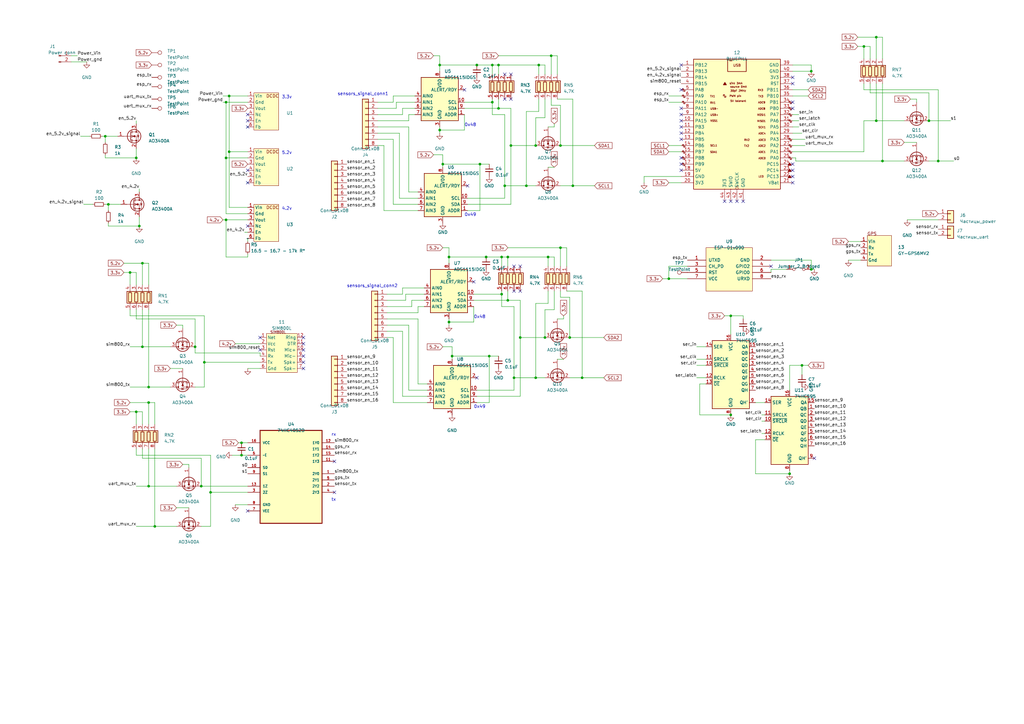
<source format=kicad_sch>
(kicad_sch (version 20221206) (generator eeschema)
  (paper "A3")
  (junction (at 205.74 105.41))
  (junction (at 60.96 199.39))
  (junction (at 328.93 149.86))
  (junction (at 361.95 66.04))
  (junction (at 99.06 186.69))
  (junction (at 82.55 199.39))
  (junction (at 201.93 26.67))
  (junction (at 53.34 111.76))
  (junction (at 213.36 138.43))
  (junction (at 384.81 66.04))
  (junction (at 204.47 44.45))
  (junction (at 220.98 26.67))
  (junction (at 55.88 168.91))
  (junction (at 195.58 26.67))
  (junction (at 299.72 170.18))
  (junction (at 58.42 142.24))
  (junction (at 226.06 22.86))
  (junction (at 60.96 165.1))
  (junction (at 92.71 64.77))
  (junction (at 180.34 53.34))
  (junction (at 44.45 83.82))
  (junction (at 181.61 67.31))
  (junction (at 208.28 123.19))
  (junction (at 229.87 101.6))
  (junction (at 80.01 142.24))
  (junction (at 58.42 107.95))
  (junction (at 354.33 19.05))
  (junction (at 63.5 215.9))
  (junction (at 215.9 76.2))
  (junction (at 223.52 138.43))
  (junction (at 55.88 64.77))
  (junction (at 60.96 158.75))
  (junction (at 204.47 26.67))
  (junction (at 199.39 105.41))
  (junction (at 200.66 146.05))
  (junction (at 180.34 26.67))
  (junction (at 323.85 194.31))
  (junction (at 184.15 132.08))
  (junction (at 83.82 148.59))
  (junction (at 86.36 201.93))
  (junction (at 381 49.53))
  (junction (at 332.74 110.49))
  (junction (at 93.98 62.23))
  (junction (at 219.71 59.69))
  (junction (at 99.06 181.61))
  (junction (at 229.87 59.69))
  (junction (at 238.76 154.94))
  (junction (at 185.42 146.05))
  (junction (at 184.15 105.41))
  (junction (at 92.71 90.17))
  (junction (at 210.82 154.94))
  (junction (at 234.95 76.2))
  (junction (at 219.71 154.94))
  (junction (at 93.98 39.37))
  (junction (at 233.68 138.43))
  (junction (at 207.01 76.2))
  (junction (at 57.15 92.71))
  (junction (at 43.18 55.88))
  (junction (at 332.74 29.21))
  (junction (at 299.72 129.54))
  (junction (at 274.32 114.3))
  (junction (at 92.71 41.91))
  (junction (at 201.93 41.91))
  (junction (at 196.85 67.31))
  (junction (at 205.74 120.65))
  (junction (at 359.41 49.53))
  (junction (at 208.28 105.41))
  (junction (at 209.55 59.69))
  (junction (at 224.79 105.41))
  (junction (at 359.41 15.24))
  (no_connect (at 334.01 187.96))
  (no_connect (at 101.6 209.55))
  (no_connect (at 124.46 146.05))
  (no_connect (at 207.01 30.48))
  (no_connect (at 279.4 52.07))
  (no_connect (at 279.4 26.67))
  (no_connect (at 194.31 115.57))
  (no_connect (at 279.4 67.31))
  (no_connect (at 124.46 138.43))
  (no_connect (at 124.46 143.51))
  (no_connect (at 101.6 69.85))
  (no_connect (at 304.8 82.55))
  (no_connect (at 191.77 76.2))
  (no_connect (at 325.12 41.91))
  (no_connect (at 297.18 82.55))
  (no_connect (at 279.4 57.15))
  (no_connect (at 124.46 151.13))
  (no_connect (at 101.6 49.53))
  (no_connect (at 279.4 44.45))
  (no_connect (at 190.5 36.83))
  (no_connect (at 279.4 49.53))
  (no_connect (at 124.46 148.59))
  (no_connect (at 316.23 109.22))
  (no_connect (at 101.6 52.07))
  (no_connect (at 209.55 30.48))
  (no_connect (at 106.68 138.43))
  (no_connect (at 101.6 46.99))
  (no_connect (at 325.12 44.45))
  (no_connect (at 210.82 109.22))
  (no_connect (at 325.12 31.75))
  (no_connect (at 137.16 189.23))
  (no_connect (at 325.12 74.93))
  (no_connect (at 137.16 201.93))
  (no_connect (at 325.12 69.85))
  (no_connect (at 279.4 36.83))
  (no_connect (at 325.12 67.31))
  (no_connect (at 279.4 64.77))
  (no_connect (at 101.6 92.71))
  (no_connect (at 210.82 119.38))
  (no_connect (at 325.12 72.39))
  (no_connect (at 325.12 34.29))
  (no_connect (at 101.6 74.93))
  (no_connect (at 124.46 140.97))
  (no_connect (at 195.58 154.94))
  (no_connect (at 279.4 69.85))
  (no_connect (at 302.26 82.55))
  (no_connect (at 279.4 46.99))
  (no_connect (at 209.55 40.64))
  (no_connect (at 213.36 119.38))
  (no_connect (at 213.36 109.22))
  (no_connect (at 299.72 82.55))
  (no_connect (at 279.4 54.61))
  (no_connect (at 207.01 40.64))
  (no_connect (at 106.68 143.51))
  (wire (pts (xy 180.34 26.67) (xy 180.34 29.21)))
  (wire (pts (xy 58.42 168.91) (xy 58.42 173.99)))
  (wire (pts (xy 106.68 144.78) (xy 80.01 144.78)))
  (wire (pts (xy 347.98 99.06) (xy 353.06 99.06)))
  (wire (pts (xy 180.34 26.67) (xy 195.58 26.67)))
  (wire (pts (xy 351.79 15.24) (xy 359.41 15.24)))
  (wire (pts (xy 158.75 123.19) (xy 166.37 123.19)))
  (wire (pts (xy 97.79 181.61) (xy 99.06 181.61)))
  (wire (pts (xy 171.45 125.73) (xy 171.45 128.27)))
  (wire (pts (xy 175.26 165.1) (xy 161.29 165.1)))
  (wire (pts (xy 208.28 123.19) (xy 213.36 123.19)))
  (wire (pts (xy 195.58 160.02) (xy 210.82 160.02)))
  (wire (pts (xy 204.47 26.67) (xy 220.98 26.67)))
  (wire (pts (xy 57.15 88.9) (xy 57.15 92.71)))
  (wire (pts (xy 180.34 52.07) (xy 180.34 53.34)))
  (wire (pts (xy 55.88 184.15) (xy 55.88 186.69)))
  (wire (pts (xy 229.87 59.69) (xy 243.84 59.69)))
  (wire (pts (xy 215.9 45.72) (xy 215.9 76.2)))
  (wire (pts (xy 325.12 59.69) (xy 330.2 59.69)))
  (wire (pts (xy 304.8 129.54) (xy 304.8 130.81)))
  (wire (pts (xy 44.45 83.82) (xy 49.53 83.82)))
  (wire (pts (xy 53.34 127) (xy 53.34 129.54)))
  (wire (pts (xy 332.74 110.49) (xy 334.01 110.49)))
  (wire (pts (xy 92.71 41.91) (xy 92.71 64.77)))
  (wire (pts (xy 227.33 50.8) (xy 227.33 52.07)))
  (wire (pts (xy 207.01 46.99) (xy 201.93 46.99)))
  (wire (pts (xy 325.12 26.67) (xy 332.74 26.67)))
  (wire (pts (xy 157.48 86.36) (xy 157.48 59.69)))
  (wire (pts (xy 325.12 49.53) (xy 327.66 49.53)))
  (wire (pts (xy 372.11 90.17) (xy 384.81 90.17)))
  (wire (pts (xy 356.87 38.1) (xy 381 38.1)))
  (wire (pts (xy 354.33 34.29) (xy 354.33 36.83)))
  (wire (pts (xy 175.26 160.02) (xy 167.64 160.02)))
  (wire (pts (xy 58.42 142.24) (xy 69.85 142.24)))
  (wire (pts (xy 55.88 49.53) (xy 55.88 50.8)))
  (wire (pts (xy 53.34 158.75) (xy 60.96 158.75)))
  (wire (pts (xy 271.78 114.3) (xy 274.32 114.3)))
  (wire (pts (xy 264.16 72.39) (xy 279.4 72.39)))
  (wire (pts (xy 316.23 106.68) (xy 332.74 106.68)))
  (wire (pts (xy 226.06 22.86) (xy 228.6 22.86)))
  (wire (pts (xy 166.37 123.19) (xy 166.37 120.65)))
  (wire (pts (xy 55.88 130.81) (xy 80.01 130.81)))
  (wire (pts (xy 229.87 59.69) (xy 229.87 43.18)))
  (wire (pts (xy 44.45 86.36) (xy 44.45 83.82)))
  (wire (pts (xy 213.36 162.56) (xy 195.58 162.56)))
  (wire (pts (xy 375.92 40.64) (xy 375.92 41.91)))
  (wire (pts (xy 173.99 125.73) (xy 171.45 125.73)))
  (wire (pts (xy 323.85 194.31) (xy 323.85 193.04)))
  (wire (pts (xy 325.12 54.61) (xy 328.93 54.61)))
  (wire (pts (xy 72.39 208.28) (xy 77.47 208.28)))
  (wire (pts (xy 208.28 123.19) (xy 208.28 119.38)))
  (wire (pts (xy 384.81 66.04) (xy 391.16 66.04)))
  (wire (pts (xy 224.79 119.38) (xy 224.79 124.46)))
  (wire (pts (xy 165.1 120.65) (xy 165.1 118.11)))
  (wire (pts (xy 200.66 146.05) (xy 200.66 165.1)))
  (wire (pts (xy 60.96 107.95) (xy 60.96 116.84)))
  (wire (pts (xy 92.71 105.41) (xy 92.71 90.17)))
  (wire (pts (xy 167.64 52.07) (xy 167.64 78.74)))
  (wire (pts (xy 50.8 111.76) (xy 53.34 111.76)))
  (wire (pts (xy 82.55 199.39) (xy 101.6 199.39)))
  (wire (pts (xy 92.71 41.91) (xy 101.6 41.91)))
  (wire (pts (xy 170.18 46.99) (xy 167.64 46.99)))
  (wire (pts (xy 74.93 190.5) (xy 77.47 190.5)))
  (wire (pts (xy 204.47 44.45) (xy 204.47 40.64)))
  (wire (pts (xy 195.58 165.1) (xy 200.66 165.1)))
  (wire (pts (xy 58.42 107.95) (xy 60.96 107.95)))
  (wire (pts (xy 299.72 129.54) (xy 304.8 129.54)))
  (wire (pts (xy 274.32 114.3) (xy 281.94 114.3)))
  (wire (pts (xy 154.94 52.07) (xy 167.64 52.07)))
  (wire (pts (xy 215.9 76.2) (xy 219.71 76.2)))
  (wire (pts (xy 33.02 55.88) (xy 36.83 55.88)))
  (wire (pts (xy 312.42 177.8) (xy 313.69 177.8)))
  (wire (pts (xy 194.31 125.73) (xy 194.31 132.08)))
  (wire (pts (xy 220.98 40.64) (xy 220.98 45.72)))
  (wire (pts (xy 309.88 180.34) (xy 309.88 194.31)))
  (wire (pts (xy 154.94 57.15) (xy 161.29 57.15)))
  (wire (pts (xy 55.88 168.91) (xy 55.88 173.99)))
  (wire (pts (xy 359.41 15.24) (xy 361.95 15.24)))
  (wire (pts (xy 228.6 22.86) (xy 228.6 30.48)))
  (wire (pts (xy 226.06 22.86) (xy 226.06 30.48)))
  (wire (pts (xy 229.87 43.18) (xy 226.06 43.18)))
  (wire (pts (xy 95.25 186.69) (xy 99.06 186.69)))
  (wire (pts (xy 194.31 120.65) (xy 205.74 120.65)))
  (wire (pts (xy 101.6 97.79) (xy 101.6 99.06)))
  (wire (pts (xy 43.18 83.82) (xy 44.45 83.82)))
  (wire (pts (xy 83.82 129.54) (xy 83.82 148.59)))
  (wire (pts (xy 93.98 85.09) (xy 101.6 85.09)))
  (wire (pts (xy 93.98 62.23) (xy 93.98 85.09)))
  (wire (pts (xy 168.91 125.73) (xy 168.91 123.19)))
  (wire (pts (xy 227.33 52.07) (xy 224.79 52.07)))
  (wire (pts (xy 223.52 40.64) (xy 223.52 48.26)))
  (wire (pts (xy 60.96 127) (xy 60.96 158.75)))
  (wire (pts (xy 274.32 59.69) (xy 279.4 59.69)))
  (wire (pts (xy 154.94 44.45) (xy 162.56 44.45)))
  (wire (pts (xy 181.61 101.6) (xy 184.15 101.6)))
  (wire (pts (xy 229.87 101.6) (xy 229.87 109.22)))
  (wire (pts (xy 219.71 124.46) (xy 219.71 154.94)))
  (wire (pts (xy 312.42 170.18) (xy 313.69 170.18)))
  (wire (pts (xy 58.42 127) (xy 58.42 142.24)))
  (wire (pts (xy 289.56 157.48) (xy 287.02 157.48)))
  (wire (pts (xy 229.87 101.6) (xy 232.41 101.6)))
  (wire (pts (xy 180.34 22.86) (xy 180.34 26.67)))
  (wire (pts (xy 326.39 66.04) (xy 326.39 64.77)))
  (wire (pts (xy 285.75 142.24) (xy 289.56 142.24)))
  (wire (pts (xy 77.47 190.5) (xy 77.47 191.77)))
  (wire (pts (xy 161.29 41.91) (xy 161.29 39.37)))
  (wire (pts (xy 228.6 40.64) (xy 234.95 40.64)))
  (wire (pts (xy 297.18 129.54) (xy 299.72 129.54)))
  (wire (pts (xy 93.98 39.37) (xy 101.6 39.37)))
  (wire (pts (xy 184.15 130.81) (xy 184.15 132.08)))
  (wire (pts (xy 205.74 120.65) (xy 205.74 119.38)))
  (wire (pts (xy 163.83 81.28) (xy 163.83 54.61)))
  (wire (pts (xy 359.41 49.53) (xy 370.84 49.53)))
  (wire (pts (xy 208.28 105.41) (xy 208.28 109.22)))
  (wire (pts (xy 285.75 154.94) (xy 289.56 154.94)))
  (wire (pts (xy 205.74 105.41) (xy 208.28 105.41)))
  (wire (pts (xy 220.98 45.72) (xy 215.9 45.72)))
  (wire (pts (xy 53.34 111.76) (xy 53.34 116.84)))
  (wire (pts (xy 43.18 63.5) (xy 43.18 64.77)))
  (wire (pts (xy 285.75 149.86) (xy 289.56 149.86)))
  (wire (pts (xy 205.74 125.73) (xy 205.74 120.65)))
  (wire (pts (xy 213.36 138.43) (xy 213.36 162.56)))
  (wire (pts (xy 60.96 165.1) (xy 63.5 165.1)))
  (wire (pts (xy 93.98 39.37) (xy 93.98 62.23)))
  (wire (pts (xy 332.74 26.67) (xy 332.74 29.21)))
  (wire (pts (xy 210.82 154.94) (xy 219.71 154.94)))
  (wire (pts (xy 191.77 86.36) (xy 196.85 86.36)))
  (wire (pts (xy 92.71 90.17) (xy 101.6 90.17)))
  (wire (pts (xy 69.85 151.13) (xy 74.93 151.13)))
  (wire (pts (xy 185.42 146.05) (xy 200.66 146.05)))
  (wire (pts (xy 227.33 105.41) (xy 227.33 109.22)))
  (wire (pts (xy 184.15 105.41) (xy 184.15 107.95)))
  (wire (pts (xy 354.33 36.83) (xy 384.81 36.83)))
  (wire (pts (xy 55.88 60.96) (xy 55.88 64.77)))
  (wire (pts (xy 208.28 105.41) (xy 224.79 105.41)))
  (wire (pts (xy 55.88 215.9) (xy 63.5 215.9)))
  (wire (pts (xy 190.5 44.45) (xy 204.47 44.45)))
  (wire (pts (xy 55.88 127) (xy 55.88 130.81)))
  (wire (pts (xy 223.52 48.26) (xy 219.71 48.26)))
  (wire (pts (xy 53.34 165.1) (xy 60.96 165.1)))
  (wire (pts (xy 158.75 135.89) (xy 165.1 135.89)))
  (wire (pts (xy 227.33 119.38) (xy 227.33 127)))
  (wire (pts (xy 325.12 46.99) (xy 327.66 46.99)))
  (wire (pts (xy 171.45 86.36) (xy 157.48 86.36)))
  (wire (pts (xy 161.29 138.43) (xy 158.75 138.43)))
  (wire (pts (xy 316.23 110.49) (xy 316.23 111.76)))
  (wire (pts (xy 227.33 127) (xy 223.52 127)))
  (wire (pts (xy 63.5 215.9) (xy 72.39 215.9)))
  (wire (pts (xy 58.42 184.15) (xy 58.42 187.96)))
  (wire (pts (xy 326.39 64.77) (xy 325.12 64.77)))
  (wire (pts (xy 92.71 64.77) (xy 101.6 64.77)))
  (wire (pts (xy 209.55 59.69) (xy 219.71 59.69)))
  (wire (pts (xy 285.75 147.32) (xy 289.56 147.32)))
  (wire (pts (xy 274.32 41.91) (xy 279.4 41.91)))
  (wire (pts (xy 63.5 165.1) (xy 63.5 173.99)))
  (wire (pts (xy 325.12 39.37) (xy 331.47 39.37)))
  (wire (pts (xy 312.42 172.72) (xy 313.69 172.72)))
  (wire (pts (xy 53.34 168.91) (xy 55.88 168.91)))
  (wire (pts (xy 158.75 125.73) (xy 168.91 125.73)))
  (wire (pts (xy 209.55 44.45) (xy 209.55 59.69)))
  (wire (pts (xy 91.44 90.17) (xy 92.71 90.17)))
  (wire (pts (xy 220.98 26.67) (xy 223.52 26.67)))
  (wire (pts (xy 43.18 55.88) (xy 48.26 55.88)))
  (wire (pts (xy 34.29 83.82) (xy 38.1 83.82)))
  (wire (pts (xy 158.75 130.81) (xy 171.45 130.81)))
  (wire (pts (xy 55.88 111.76) (xy 55.88 116.84)))
  (wire (pts (xy 354.33 49.53) (xy 359.41 49.53)))
  (wire (pts (xy 83.82 158.75) (xy 80.01 158.75)))
  (wire (pts (xy 231.14 129.54) (xy 231.14 130.81)))
  (wire (pts (xy 322.58 110.49) (xy 316.23 110.49)))
  (wire (pts (xy 184.15 101.6) (xy 184.15 105.41)))
  (wire (pts (xy 106.68 144.78) (xy 106.68 146.05)))
  (wire (pts (xy 43.18 58.42) (xy 43.18 55.88)))
  (wire (pts (xy 185.42 146.05) (xy 185.42 142.24)))
  (wire (pts (xy 325.12 57.15) (xy 330.2 57.15)))
  (wire (pts (xy 384.81 36.83) (xy 384.81 66.04)))
  (wire (pts (xy 80.01 130.81) (xy 80.01 142.24)))
  (wire (pts (xy 83.82 148.59) (xy 83.82 158.75)))
  (wire (pts (xy 204.47 26.67) (xy 204.47 30.48)))
  (wire (pts (xy 60.96 173.99) (xy 60.96 165.1)))
  (wire (pts (xy 313.69 180.34) (xy 309.88 180.34)))
  (wire (pts (xy 238.76 154.94) (xy 233.68 154.94)))
  (wire (pts (xy 326.39 66.04) (xy 361.95 66.04)))
  (wire (pts (xy 190.5 46.99) (xy 190.5 53.34)))
  (wire (pts (xy 354.33 19.05) (xy 356.87 19.05)))
  (wire (pts (xy 83.82 148.59) (xy 106.68 148.59)))
  (wire (pts (xy 55.88 199.39) (xy 60.96 199.39)))
  (wire (pts (xy 264.16 74.93) (xy 264.16 72.39)))
  (wire (pts (xy 234.95 40.64) (xy 234.95 76.2)))
  (wire (pts (xy 181.61 63.5) (xy 177.8 63.5)))
  (wire (pts (xy 328.93 149.86) (xy 331.47 149.86)))
  (wire (pts (xy 165.1 162.56) (xy 175.26 162.56)))
  (wire (pts (xy 158.75 120.65) (xy 165.1 120.65)))
  (wire (pts (xy 86.36 215.9) (xy 82.55 215.9)))
  (wire (pts (xy 53.34 111.76) (xy 55.88 111.76)))
  (wire (pts (xy 181.61 67.31) (xy 181.61 63.5)))
  (wire (pts (xy 234.95 76.2) (xy 229.87 76.2)))
  (wire (pts (xy 41.91 55.88) (xy 43.18 55.88)))
  (wire (pts (xy 274.32 74.93) (xy 279.4 74.93)))
  (wire (pts (xy 93.98 62.23) (xy 101.6 62.23)))
  (wire (pts (xy 185.42 147.32) (xy 185.42 146.05)))
  (wire (pts (xy 209.55 59.69) (xy 209.55 83.82)))
  (wire (pts (xy 219.71 48.26) (xy 219.71 59.69)))
  (wire (pts (xy 167.64 160.02) (xy 167.64 133.35)))
  (wire (pts (xy 96.52 140.97) (xy 106.68 140.97)))
  (wire (pts (xy 162.56 44.45) (xy 162.56 41.91)))
  (wire (pts (xy 161.29 165.1) (xy 161.29 138.43)))
  (wire (pts (xy 199.39 105.41) (xy 205.74 105.41)))
  (wire (pts (xy 91.44 39.37) (xy 93.98 39.37)))
  (wire (pts (xy 361.95 66.04) (xy 370.84 66.04)))
  (wire (pts (xy 201.93 41.91) (xy 201.93 40.64)))
  (wire (pts (xy 208.28 101.6) (xy 229.87 101.6)))
  (wire (pts (xy 201.93 46.99) (xy 201.93 41.91)))
  (wire (pts (xy 323.85 149.86) (xy 323.85 160.02)))
  (wire (pts (xy 231.14 130.81) (xy 228.6 130.81)))
  (wire (pts (xy 201.93 26.67) (xy 201.93 30.48)))
  (wire (pts (xy 44.45 92.71) (xy 57.15 92.71)))
  (wire (pts (xy 274.32 62.23) (xy 279.4 62.23)))
  (wire (pts (xy 232.41 119.38) (xy 238.76 119.38)))
  (wire (pts (xy 201.93 26.67) (xy 204.47 26.67)))
  (wire (pts (xy 60.96 199.39) (xy 72.39 199.39)))
  (wire (pts (xy 58.42 116.84) (xy 58.42 107.95)))
  (wire (pts (xy 354.33 62.23) (xy 354.33 49.53)))
  (wire (pts (xy 373.38 40.64) (xy 375.92 40.64)))
  (wire (pts (xy 219.71 154.94) (xy 223.52 154.94)))
  (wire (pts (xy 205.74 105.41) (xy 205.74 109.22)))
  (wire (pts (xy 384.81 66.04) (xy 381 66.04)))
  (wire (pts (xy 356.87 34.29) (xy 356.87 38.1)))
  (wire (pts (xy 162.56 41.91) (xy 170.18 41.91)))
  (wire (pts (xy 194.31 123.19) (xy 208.28 123.19)))
  (wire (pts (xy 234.95 76.2) (xy 243.84 76.2)))
  (wire (pts (xy 238.76 154.94) (xy 247.65 154.94)))
  (wire (pts (xy 309.88 165.1) (xy 313.69 165.1)))
  (wire (pts (xy 161.29 83.82) (xy 171.45 83.82)))
  (wire (pts (xy 325.12 52.07) (xy 327.66 52.07)))
  (wire (pts (xy 55.88 168.91) (xy 58.42 168.91)))
  (wire (pts (xy 233.68 138.43) (xy 233.68 121.92)))
  (wire (pts (xy 195.58 26.67) (xy 201.93 26.67)))
  (wire (pts (xy 171.45 81.28) (xy 163.83 81.28)))
  (wire (pts (xy 168.91 123.19) (xy 173.99 123.19)))
  (wire (pts (xy 361.95 15.24) (xy 361.95 24.13)))
  (wire (pts (xy 210.82 125.73) (xy 210.82 154.94)))
  (wire (pts (xy 165.1 44.45) (xy 170.18 44.45)))
  (wire (pts (xy 80.01 144.78) (xy 80.01 142.24)))
  (wire (pts (xy 204.47 22.86) (xy 226.06 22.86)))
  (wire (pts (xy 325.12 62.23) (xy 354.33 62.23)))
  (wire (pts (xy 381 38.1) (xy 381 49.53)))
  (wire (pts (xy 190.5 53.34) (xy 180.34 53.34)))
  (wire (pts (xy 92.71 87.63) (xy 101.6 87.63)))
  (wire (pts (xy 232.41 101.6) (xy 232.41 109.22)))
  (wire (pts (xy 29.21 25.4) (xy 35.56 25.4)))
  (wire (pts (xy 53.34 142.24) (xy 58.42 142.24)))
  (wire (pts (xy 180.34 53.34) (xy 180.34 54.61)))
  (wire (pts (xy 207.01 76.2) (xy 215.9 76.2)))
  (wire (pts (xy 356.87 19.05) (xy 356.87 24.13)))
  (wire (pts (xy 82.55 187.96) (xy 82.55 199.39)))
  (wire (pts (xy 323.85 149.86) (xy 328.93 149.86)))
  (wire (pts (xy 165.1 118.11) (xy 173.99 118.11)))
  (wire (pts (xy 58.42 187.96) (xy 82.55 187.96)))
  (wire (pts (xy 224.79 105.41) (xy 224.79 109.22)))
  (wire (pts (xy 220.98 26.67) (xy 220.98 30.48)))
  (wire (pts (xy 226.06 43.18) (xy 226.06 40.64)))
  (wire (pts (xy 233.68 138.43) (xy 247.65 138.43)))
  (wire (pts (xy 328.93 149.86) (xy 328.93 153.67)))
  (wire (pts (xy 194.31 132.08) (xy 184.15 132.08)))
  (wire (pts (xy 171.45 128.27) (xy 158.75 128.27)))
  (wire (pts (xy 196.85 67.31) (xy 196.85 86.36)))
  (wire (pts (xy 274.32 109.22) (xy 274.32 114.3)))
  (wire (pts (xy 191.77 81.28) (xy 207.01 81.28)))
  (wire (pts (xy 101.6 151.13) (xy 106.68 151.13)))
  (wire (pts (xy 101.6 105.41) (xy 92.71 105.41)))
  (wire (pts (xy 370.84 58.42) (xy 375.92 58.42)))
  (wire (pts (xy 238.76 119.38) (xy 238.76 154.94)))
  (wire (pts (xy 213.36 138.43) (xy 223.52 138.43)))
  (wire (pts (xy 204.47 44.45) (xy 209.55 44.45)))
  (wire (pts (xy 381 49.53) (xy 389.89 49.53)))
  (wire (pts (xy 161.29 39.37) (xy 170.18 39.37)))
  (wire (pts (xy 209.55 83.82) (xy 191.77 83.82)))
  (wire (pts (xy 96.52 207.01) (xy 101.6 207.01)))
  (wire (pts (xy 161.29 57.15) (xy 161.29 83.82)))
  (wire (pts (xy 190.5 41.91) (xy 201.93 41.91)))
  (wire (pts (xy 309.88 194.31) (xy 323.85 194.31)))
  (wire (pts (xy 223.52 127) (xy 223.52 138.43)))
  (wire (pts (xy 57.15 77.47) (xy 57.15 78.74)))
  (wire (pts (xy 181.61 68.58) (xy 181.61 67.31)))
  (wire (pts (xy 92.71 64.77) (xy 92.71 87.63)))
  (wire (pts (xy 166.37 120.65) (xy 173.99 120.65)))
  (wire (pts (xy 325.12 29.21) (xy 332.74 29.21)))
  (wire (pts (xy 207.01 46.99) (xy 207.01 76.2)))
  (wire (pts (xy 299.72 129.54) (xy 299.72 137.16)))
  (wire (pts (xy 351.79 19.05) (xy 354.33 19.05)))
  (wire (pts (xy 224.79 124.46) (xy 219.71 124.46)))
  (wire (pts (xy 165.1 135.89) (xy 165.1 162.56)))
  (wire (pts (xy 50.8 107.95) (xy 58.42 107.95)))
  (wire (pts (xy 228.6 147.32) (xy 231.14 147.32)))
  (wire (pts (xy 213.36 123.19) (xy 213.36 138.43)))
  (wire (pts (xy 163.83 54.61) (xy 154.94 54.61)))
  (wire (pts (xy 167.64 46.99) (xy 167.64 49.53)))
  (wire (pts (xy 55.88 186.69) (xy 86.36 186.69)))
  (wire (pts (xy 233.68 121.92) (xy 229.87 121.92)))
  (wire (pts (xy 171.45 130.81) (xy 171.45 157.48)))
  (wire (pts (xy 154.94 41.91) (xy 161.29 41.91)))
  (wire (pts (xy 229.87 121.92) (xy 229.87 119.38)))
  (wire (pts (xy 86.36 186.69) (xy 86.36 201.93)))
  (wire (pts (xy 63.5 184.15) (xy 63.5 215.9)))
  (wire (pts (xy 29.21 22.86) (xy 31.75 22.86)))
  (wire (pts (xy 359.41 34.29) (xy 359.41 49.53)))
  (wire (pts (xy 171.45 157.48) (xy 175.26 157.48)))
  (wire (pts (xy 177.8 22.86) (xy 180.34 22.86)))
  (wire (pts (xy 100.33 95.25) (xy 101.6 95.25)))
  (wire (pts (xy 287.02 170.18) (xy 299.72 170.18)))
  (wire (pts (xy 43.18 64.77) (xy 55.88 64.77)))
  (wire (pts (xy 196.85 67.31) (xy 200.66 67.31)))
  (wire (pts (xy 287.02 157.48) (xy 287.02 170.18)))
  (wire (pts (xy 325.12 36.83) (xy 331.47 36.83)))
  (wire (pts (xy 165.1 46.99) (xy 165.1 44.45)))
  (wire (pts (xy 99.06 186.69) (xy 101.6 186.69)))
  (wire (pts (xy 91.44 41.91) (xy 92.71 41.91)))
  (wire (pts (xy 101.6 104.14) (xy 101.6 105.41)))
  (wire (pts (xy 53.34 129.54) (xy 83.82 129.54)))
  (wire (pts (xy 181.61 67.31) (xy 196.85 67.31)))
  (wire (pts (xy 74.93 133.35) (xy 74.93 134.62)))
  (wire (pts (xy 72.39 133.35) (xy 74.93 133.35)))
  (wire (pts (xy 210.82 154.94) (xy 210.82 160.02)))
  (wire (pts (xy 347.98 106.68) (xy 353.06 106.68)))
  (wire (pts (xy 210.82 125.73) (xy 205.74 125.73)))
  (wire (pts (xy 224.79 68.58) (xy 227.33 68.58)))
  (wire (pts (xy 44.45 91.44) (xy 44.45 92.71)))
  (wire (pts (xy 154.94 46.99) (xy 165.1 46.99)))
  (wire (pts (xy 167.64 49.53) (xy 154.94 49.53)))
  (wire (pts (xy 99.06 181.61) (xy 101.6 181.61)))
  (wire (pts (xy 60.96 158.75) (xy 69.85 158.75)))
  (wire (pts (xy 86.36 201.93) (xy 101.6 201.93)))
  (wire (pts (xy 207.01 76.2) (xy 207.01 81.28)))
  (wire (pts (xy 60.96 184.15) (xy 60.96 199.39)))
  (wire (pts (xy 332.74 106.68) (xy 332.74 110.49)))
  (wire (pts (xy 274.32 39.37) (xy 279.4 39.37)))
  (wire (pts (xy 274.32 109.22) (xy 281.94 109.22)))
  (wire (pts (xy 86.36 201.93) (xy 86.36 215.9)))
  (wire (pts (xy 224.79 105.41) (xy 227.33 105.41)))
  (wire (pts (xy 223.52 26.67) (xy 223.52 30.48)))
  (wire (pts (xy 167.64 133.35) (xy 158.75 133.35)))
  (wire (pts (xy 359.41 24.13) (xy 359.41 15.24)))
  (wire (pts (xy 361.95 34.29) (xy 361.95 66.04)))
  (wire (pts (xy 184.15 132.08) (xy 184.15 133.35)))
  (wire (pts (xy 200.66 146.05) (xy 204.47 146.05)))
  (wire (pts (xy 354.33 19.05) (xy 354.33 24.13)))
  (wire (pts (xy 184.15 105.41) (xy 199.39 105.41)))
  (wire (pts (xy 185.42 142.24) (xy 181.61 142.24)))
  (wire (pts (xy 167.64 78.74) (xy 171.45 78.74)))
  (wire (pts (xy 157.48 59.69) (xy 154.94 59.69)))
  (text "0х49 " (at 194.31 167.64 0) (effects (font (size 1.27 1.27)) (justify left bottom)))
  (text "tx" (at 135.89 205.74 0) (effects (font (size 1.27 1.27)) (justify left bottom)))
  (text "4.2v" (at 115.57 86.36 0) (effects (font (size 1.27 1.27)) (justify left bottom)))
  (text "0х48 " (at 194.31 130.81 0) (effects (font (size 1.27 1.27)) (justify left bottom)))
  (text "0х49 " (at 190.5 88.9 0) (effects (font (size 1.27 1.27)) (justify left bottom)))
  (text "3.3v" (at 115.57 40.64 0) (effects (font (size 1.27 1.27)) (justify left bottom)))
  (text "5.2v" (at 115.57 63.5 0) (effects (font (size 1.27 1.27)) (justify left bottom)))
  (text "0х48 " (at 190.5 52.07 0) (effects (font (size 1.27 1.27)) (justify left bottom)))
  (text "rx" (at 135.89 179.07 0) (effects (font (size 1.27 1.27)) (justify left bottom)))
  (text "sensors_signal_conn1\n" (at 138.43 39.37 0) (effects (font (size 1.27 1.27)) (justify left bottom)))
  (text "sensors_signal_conn2" (at 142.24 118.11 0) (effects (font (size 1.27 1.27)) (justify left bottom)))
  (label "gps_rx" (at 137.16 184.15 0))
  (label "s0" (at 391.16 66.04 0))
  (label "ser_in" (at 285.75 142.24 180))
  (label "sim800_tx" (at 137.16 194.31 0))
  (label "sensor_en_6" (at 309.88 154.94 0))
  (label "sensor_en_3" (at 142.24 72.39 0))
  (label "ser_latch" (at 312.42 177.8 180))
  (label "sensor_en_10" (at 142.24 149.86 0))
  (label "uart_mux_rx" (at 62.23 44.45 180))
  (label "sensor_en_14" (at 334.01 177.8 0))
  (label "sensor_en_1" (at 142.24 67.31 0))
  (label "sensor_rx" (at 137.16 186.69 0))
  (label "ser_in" (at 327.66 46.99 0))
  (label "sensor_en_16" (at 334.01 182.88 0))
  (label "sensor_tx" (at 384.81 96.52 180))
  (label "s0" (at 101.6 191.77 180))
  (label "Power_Vin" (at 91.44 39.37 180))
  (label "uart_mux_tx" (at 62.23 40.64 180))
  (label "sensor_en_15" (at 142.24 162.56 0))
  (label "sensor_en_4" (at 309.88 149.86 0))
  (label "esp_tx" (at 274.32 41.91 180))
  (label "sensor_en_10" (at 334.01 167.64 0))
  (label "sensor_tx" (at 137.16 199.39 0))
  (label "ser_latch" (at 285.75 154.94 180))
  (label "gps_tx" (at 137.16 196.85 0))
  (label "esp_tx" (at 281.94 106.68 180))
  (label "en_5.2v" (at 101.6 72.39 180))
  (label "sim800_tx" (at 53.34 158.75 180))
  (label "Power_gnd" (at 31.75 25.4 0))
  (label "esp_rx" (at 316.23 114.3 0))
  (label "Power_gnd" (at 91.44 41.91 180))
  (label "sensor_en_15" (at 334.01 180.34 0))
  (label "sim800_reset" (at 279.4 34.29 180))
  (label "sensor_en_5" (at 142.24 77.47 0))
  (label "ser_clr" (at 285.75 149.86 180))
  (label "sensor_en_7" (at 309.88 157.48 0))
  (label "sensor_en_5" (at 309.88 152.4 0))
  (label "sensor_en_14" (at 142.24 160.02 0))
  (label "sensor_en_2" (at 309.88 144.78 0))
  (label "uart_mux_rx" (at 55.88 215.9 180))
  (label "en_5.2v_signal" (at 33.02 55.88 180))
  (label "sensor_en_8" (at 142.24 85.09 0))
  (label "en_4.2v" (at 100.33 95.25 180))
  (label "sensor_en_12" (at 142.24 154.94 0))
  (label "sensor_en_2" (at 142.24 69.85 0))
  (label "uart_mux_rx" (at 330.2 57.15 0))
  (label "sensor_en_1" (at 309.88 142.24 0))
  (label "sensor_en_13" (at 334.01 175.26 0))
  (label "sensor_en_16" (at 142.24 165.1 0))
  (label "sensor_en_11" (at 142.24 152.4 0))
  (label "ser_clr" (at 328.93 54.61 0))
  (label "ser_clr" (at 312.42 172.72 180))
  (label "sim800_rx" (at 137.16 181.61 0))
  (label "ser_clk" (at 312.42 170.18 180))
  (label "sensor_en_13" (at 142.24 157.48 0))
  (label "sensor_en_11" (at 334.01 170.18 0))
  (label "ser_clk" (at 285.75 147.32 180))
  (label "uart_mux_tx" (at 55.88 199.39 180))
  (label "sensor_en_12" (at 334.01 172.72 0))
  (label "gps_tx" (at 353.06 104.14 180))
  (label "sensor_en_6" (at 142.24 80.01 0))
  (label "gps_rx" (at 353.06 101.6 180))
  (label "sensor_en_9" (at 142.24 147.32 0))
  (label "Power_Vin" (at 31.75 22.86 0))
  (label "sensor_en_4" (at 142.24 74.93 0))
  (label "sim800_reset" (at 106.68 143.51 180))
  (label "uart_mux_tx" (at 330.2 59.69 0))
  (label "sensor_rx" (at 384.81 93.98 180))
  (label "ser_clk" (at 327.66 52.07 0))
  (label "ser_latch" (at 327.66 49.53 0))
  (label "s1" (at 101.6 194.31 180))
  (label "esp_tx" (at 62.23 31.75 180))
  (label "sensor_en_3" (at 309.88 147.32 0))
  (label "esp_rx" (at 274.32 39.37 180))
  (label "s1" (at 389.89 49.53 0))
  (label "en_5.2v_signal" (at 279.4 29.21 180))
  (label "en_4.2v_signal" (at 279.4 31.75 180))
  (label "en_4.2v_signal" (at 34.29 83.82 180))
  (label "esp_rx" (at 62.23 35.56 180))
  (label "sensor_en_8" (at 309.88 160.02 0))
  (label "sensor_en_9" (at 334.01 165.1 0))
  (label "sensor_en_7" (at 142.24 82.55 0))
  (label "en_4.2v" (at 57.15 77.47 180))
  (label "sim800_rx" (at 53.34 142.24 180))
  (label "en_5.2v" (at 55.88 49.53 180))
  (global_label "5.2v" (shape input) (at 53.34 165.1 180) (property "Intersheetrefs" "${INTERSHEET_REFS}" (effects hide)))
  (global_label "5.2v" (shape input) (at 384.81 87.63 180) (property "Intersheetrefs" "${INTERSHEET_REFS}" (effects hide)))
  (global_label "5.2v" (shape input) (at 351.79 15.24 180) (property "Intersheetrefs" "${INTERSHEET_REFS}" (effects hide)))
  (global_label "5.2v" (shape input) (at 101.6 67.31 180) (property "Intersheetrefs" "${INTERSHEET_REFS}" (effects hide)))
  (global_label "5.2v" (shape input) (at 181.61 101.6 180) (property "Intersheetrefs" "${INTERSHEET_REFS}" (effects hide)))
  (global_label "3.3v" (shape input) (at 274.32 74.93 180) (property "Intersheetrefs" "${INTERSHEET_REFS}" (effects hide)))
  (global_label "3.3v" (shape input) (at 231.14 129.54 90) (property "Intersheetrefs" "${INTERSHEET_REFS}" (effects hide)))
  (global_label "5.2v" (shape input) (at 177.8 22.86 180) (property "Intersheetrefs" "${INTERSHEET_REFS}" (effects hide)))
  (global_label "3.3v" (shape input) (at 370.84 58.42 180) (property "Intersheetrefs" "${INTERSHEET_REFS}" (effects hide)))
  (global_label "3.3v" (shape input) (at 204.47 22.86 180) (property "Intersheetrefs" "${INTERSHEET_REFS}" (effects hide)))
  (global_label "3.3v" (shape input) (at 50.8 111.76 180) (property "Intersheetrefs" "${INTERSHEET_REFS}" (effects hide)))
  (global_label "SDA1" (shape input) (at 243.84 59.69 0) (property "Intersheetrefs" "${INTERSHEET_REFS}" (effects hide)))
  (global_label "3.3v" (shape input) (at 227.33 50.8 90) (property "Intersheetrefs" "${INTERSHEET_REFS}" (effects hide)))
  (global_label "5.2v" (shape input) (at 177.8 63.5 180) (property "Intersheetrefs" "${INTERSHEET_REFS}" (effects hide)))
  (global_label "3.3v" (shape input) (at 351.79 19.05 180) (property "Intersheetrefs" "${INTERSHEET_REFS}" (effects hide)))
  (global_label "SDA2" (shape input) (at 247.65 138.43 0) (property "Intersheetrefs" "${INTERSHEET_REFS}" (effects hide)))
  (global_label "3.3v" (shape input) (at 331.47 149.86 0) (property "Intersheetrefs" "${INTERSHEET_REFS}" (effects hide)))
  (global_label "3.3v" (shape input) (at 62.23 26.67 180) (property "Intersheetrefs" "${INTERSHEET_REFS}" (effects hide)))
  (global_label "3.3v" (shape input) (at 72.39 133.35 180) (property "Intersheetrefs" "${INTERSHEET_REFS}" (effects hide)))
  (global_label "4.2v" (shape input) (at 96.52 140.97 180) (property "Intersheetrefs" "${INTERSHEET_REFS}" (effects hide)))
  (global_label "5.2v" (shape input) (at 62.23 21.59 180) (property "Intersheetrefs" "${INTERSHEET_REFS}" (effects hide)))
  (global_label "5.2v" (shape input) (at 181.61 142.24 180) (property "Intersheetrefs" "${INTERSHEET_REFS}" (effects hide)))
  (global_label "3.3v" (shape input) (at 101.6 44.45 180) (property "Intersheetrefs" "${INTERSHEET_REFS}" (effects hide)))
  (global_label "3.3v" (shape input) (at 74.93 190.5 180) (property "Intersheetrefs" "${INTERSHEET_REFS}" (effects hide)))
  (global_label "SCL1" (shape input) (at 274.32 59.69 180) (property "Intersheetrefs" "${INTERSHEET_REFS}" (effects hide)))
  (global_label "SDA1" (shape input) (at 274.32 62.23 180) (property "Intersheetrefs" "${INTERSHEET_REFS}" (effects hide)))
  (global_label "4.2v" (shape input) (at 91.44 90.17 180) (property "Intersheetrefs" "${INTERSHEET_REFS}" (effects hide)))
  (global_label "3.3v" (shape input) (at 69.85 151.13 180) (property "Intersheetrefs" "${INTERSHEET_REFS}" (effects hide)))
  (global_label "SCL2" (shape input) (at 247.65 154.94 0) (property "Intersheetrefs" "${INTERSHEET_REFS}" (effects hide)))
  (global_label "5.2v" (shape input) (at 97.79 181.61 180) (property "Intersheetrefs" "${INTERSHEET_REFS}" (effects hide)))
  (global_label "SCL1" (shape input) (at 243.84 76.2 0) (property "Intersheetrefs" "${INTERSHEET_REFS}" (effects hide)))
  (global_label "3.3v" (shape input) (at 227.33 68.58 90) (property "Intersheetrefs" "${INTERSHEET_REFS}" (effects hide)))
  (global_label "SCL2" (shape input) (at 331.47 39.37 0) (property "Intersheetrefs" "${INTERSHEET_REFS}" (effects hide)))
  (global_label "5.2v" (shape input) (at 50.8 107.95 180) (property "Intersheetrefs" "${INTERSHEET_REFS}" (effects hide)))
  (global_label "5.2v" (shape input) (at 347.98 99.06 180) (property "Intersheetrefs" "${INTERSHEET_REFS}" (effects hide)))
  (global_label "3.3v" (shape input) (at 297.18 129.54 180) (property "Intersheetrefs" "${INTERSHEET_REFS}" (effects hide)))
  (global_label "3.3v" (shape input) (at 373.38 40.64 180) (property "Intersheetrefs" "${INTERSHEET_REFS}" (effects hide)))
  (global_label "3.3v" (shape input) (at 53.34 168.91 180) (property "Intersheetrefs" "${INTERSHEET_REFS}" (effects hide)))
  (global_label "3.3v" (shape input) (at 231.14 147.32 90) (property "Intersheetrefs" "${INTERSHEET_REFS}" (effects hide)))
  (global_label "3.3v" (shape input) (at 271.78 114.3 180) (property "Intersheetrefs" "${INTERSHEET_REFS}" (effects hide)))
  (global_label "SDA2" (shape input) (at 331.47 36.83 0) (property "Intersheetrefs" "${INTERSHEET_REFS}" (effects hide)))
  (global_label "3.3v" (shape input) (at 72.39 208.28 180) (property "Intersheetrefs" "${INTERSHEET_REFS}" (effects hide)))
  (global_label "3.3v" (shape input) (at 208.28 101.6 180) (property "Intersheetrefs" "${INTERSHEET_REFS}" (effects hide)))
  (symbol (lib_id "power:GND") (at 184.15 133.35 0) (unit 1)
    (property "Reference" "#PWR08" (effects hide))
    (property "Value" "GND" (at 184.15 139.7 0))
  )
  (symbol (lib_id "Jumper:Jumper_2_Bridged") (at 327.66 110.49 0) (unit 1)
    (property "Reference" "JP1" (at 327.66 106.68 0))
    (property "Value" "Jumper_2_Bridged" (at 327.66 109.22 0))
    (property "Footprint" "Jumper:SolderJumper-2_P1.3mm_Open_RoundedPad1.0x1.5mm" (effects hide))
  )
  (symbol (lib_id "Transistor_FET:AO3400A") (at 228.6 135.89 90) (mirror x) (unit 1)
    (property "Reference" "Q9" (at 228.6 140.97 90))
    (property "Value" "AO3400A" (at 228.6 143.51 90))
    (property "Footprint" "Package_TO_SOT_SMD:SOT-23" (effects hide))
    (property "Datasheet" "http://www.aosmd.com/pdfs/datasheet/AO3400A.pdf" (effects hide))
  )
  (symbol (lib_id "power:GND") (at 101.6 151.13 0) (unit 1)
    (property "Reference" "#PWR015" (effects hide))
    (property "Value" "GND" (effects hide))
  )
  (symbol (lib_id "super-met:DC-DC_MOD") (at 109.22 45.72 0) (unit 1)
    (property "Reference" "U1" (at 117.5004 46.355 0) (effects (justify left)))
    (property "Value" "~" (at 101.6 52.07 0))
    (property "Footprint" "super-met:DC-DC" (effects hide))
  )
  (symbol (lib_id "super-met:DC-DC_MOD") (at 109.22 91.44 0) (unit 1)
    (property "Reference" "U3" (at 117.5004 92.075 0) (effects (justify left)))
    (property "Value" "~" (at 101.6 97.79 0))
    (property "Footprint" "super-met:DC-DC" (effects hide))
  )
  (symbol (lib_id "Connector:TestPoint") (at 62.23 40.64 270) (unit 1)
    (property "Reference" "TP5" (at 68.58 40.005 90) (effects (justify left)))
    (property "Value" "TestPoint" (at 68.58 42.545 90) (effects (justify left)))
    (property "Footprint" "TestPoint:TestPoint_Loop_D2.50mm_Drill1.0mm_LowProfile" (effects hide))
  )
  (symbol (lib_id "power:GND") (at 185.42 170.18 0) (unit 1)
    (property "Reference" "#PWR09" (effects hide))
    (property "Value" "GND" (at 185.42 176.53 0))
  )
  (symbol (lib_id "Transistor_FET:AO3400A") (at 53.34 55.88 0) (unit 1)
    (property "Reference" "Q1" (at 60.96 55.245 0) (effects (justify left)))
    (property "Value" "AO3400A" (at 60.96 57.785 0) (effects (justify left)))
    (property "Footprint" "Package_TO_SOT_SMD:SOT-23" (effects hide))
    (property "Datasheet" "http://www.aosmd.com/pdfs/datasheet/AO3400A.pdf" (effects hide))
  )
  (symbol (lib_id "Connector_Generic:Conn_01x08") (at 137.16 74.93 0) (mirror y) (unit 1)
    (property "Reference" "J2" (at 137.16 88.9 0))
    (property "Value" "Conn_01x08" (at 137.16 86.36 0))
    (property "Footprint" "Connector_JST:JST_PH_S8B-PH-K_1x08_P2.00mm_Horizontal" (effects hide))
  )
  (symbol (lib_id "power:GND") (at 195.58 31.75 0) (unit 1)
    (property "Reference" "#PWR05" (effects hide))
    (property "Value" "GND" (at 195.58 35.56 0))
  )
  (symbol (lib_id "power:GND") (at 57.15 92.71 0) (unit 1)
    (property "Reference" "#PWR03" (effects hide))
    (property "Value" "GND" (at 57.15 99.06 0))
  )
  (symbol (lib_id "power:GND") (at 332.74 29.21 0) (unit 1)
    (property "Reference" "#PWR013" (effects hide))
    (property "Value" "GND" (at 332.74 33.02 0))
  )
  (symbol (lib_id "Device:R_Small") (at 44.45 88.9 0) (unit 1)
    (property "Reference" "R4" (at 48.26 88.265 0) (effects (justify left)))
    (property "Value" "1k" (at 48.26 90.805 0) (effects (justify left)))
    (property "Footprint" "Resistor_SMD:R_0805_2012Metric_Pad1.20x1.40mm_HandSolder" (effects hide))
  )
  (symbol (lib_id "Transistor_FET:AO3400A") (at 224.79 73.66 90) (mirror x) (unit 1)
    (property "Reference" "Q8" (at 224.79 78.74 90))
    (property "Value" "AO3400A" (at 224.79 81.28 90))
    (property "Footprint" "Package_TO_SOT_SMD:SOT-23" (effects hide))
    (property "Datasheet" "http://www.aosmd.com/pdfs/datasheet/AO3400A.pdf" (effects hide))
  )
  (symbol (lib_id "super-met:GY-GPS6MV2") (at 360.68 101.6 0) (unit 1)
    (property "Reference" "13" (at 368.3 101.3815 0) (effects (justify left)))
    (property "Value" "GY-GPS6MV2" (at 368.3 103.9215 0) (effects (justify left)))
    (property "Footprint" "super-met:GY-GPS6MV2" (effects hide))
  )
  (symbol (lib_id "power:GND") (at 55.88 64.77 0) (unit 1)
    (property "Reference" "#PWR02" (effects hide))
    (property "Value" "GND" (at 55.88 71.12 0))
  )
  (symbol (lib_id "Device:R_Pack04") (at 356.87 29.21 180) (unit 1)
    (property "Reference" "RN7" (at 365.76 28.575 0) (effects (justify right)))
    (property "Value" "4.7K" (at 365.76 31.115 0) (effects (justify right)))
    (property "Footprint" "Resistor_SMD:R_Array_Convex_4x0603" (effects hide))
  )
  (symbol (lib_id "Connector:TestPoint") (at 62.23 31.75 270) (unit 1)
    (property "Reference" "TP3" (at 68.58 31.115 90) (effects (justify left)))
    (property "Value" "TestPoint" (at 68.58 33.655 90) (effects (justify left)))
    (property "Footprint" "TestPoint:TestPoint_Loop_D2.50mm_Drill1.0mm_LowProfile" (effects hide))
  )
  (symbol (lib_id "Transistor_FET:AO3400A") (at 224.79 57.15 90) (mirror x) (unit 1)
    (property "Reference" "Q7" (at 224.79 62.23 90))
    (property "Value" "AO3400A" (at 224.79 64.77 90))
    (property "Footprint" "Package_TO_SOT_SMD:SOT-23" (effects hide))
    (property "Datasheet" "http://www.aosmd.com/pdfs/datasheet/AO3400A.pdf" (effects hide))
  )
  (symbol (lib_id "Device:R_Pack04") (at 208.28 114.3 180) (unit 1)
    (property "Reference" "RN4" (at 217.17 113.665 0) (effects (justify right)))
    (property "Value" "4.7K" (at 217.17 116.205 0) (effects (justify right)))
    (property "Footprint" "Resistor_SMD:R_Array_Convex_4x0603" (effects hide))
  )
  (symbol (lib_id "Device:C_Small") (at 204.47 148.59 0) (unit 1)
    (property "Reference" "C5" (at 207.01 147.9613 0) (effects (justify left)))
    (property "Value" "0.1uF" (at 207.01 150.5013 0) (effects (justify left)))
    (property "Footprint" "Capacitor_SMD:C_0603_1608Metric_Pad1.08x0.95mm_HandSolder" (effects hide))
  )
  (symbol (lib_id "Device:R_Pack04") (at 204.47 35.56 180) (unit 1)
    (property "Reference" "RN3" (at 213.36 34.925 0) (effects (justify right)))
    (property "Value" "4.7K" (at 213.36 37.465 0) (effects (justify right)))
    (property "Footprint" "Resistor_SMD:R_Array_Convex_4x0603" (effects hide))
  )
  (symbol (lib_id "Analog_ADC:ADS1115IDGS") (at 185.42 160.02 0) (unit 1)
    (property "Reference" "U8" (at 187.3759 147.32 0) (effects (justify left)))
    (property "Value" "ADS1115IDGS" (at 187.3759 149.86 0) (effects (justify left)))
    (property "Footprint" "Package_SO:TSSOP-10_3x3mm_P0.5mm" (effects hide))
    (property "Datasheet" "http://www.ti.com/lit/ds/symlink/ads1113.pdf" (effects hide))
  )
  (symbol (lib_id "Transistor_FET:AO3400A") (at 74.93 139.7 90) (mirror x) (unit 1)
    (property "Reference" "Q3" (at 74.93 146.05 90))
    (property "Value" "AO3400A" (at 74.93 148.59 90))
    (property "Footprint" "Package_TO_SOT_SMD:SOT-23" (effects hide))
    (property "Datasheet" "http://www.aosmd.com/pdfs/datasheet/AO3400A.pdf" (effects hide))
  )
  (symbol (lib_id "Transistor_FET:AO3400A") (at 77.47 196.85 90) (mirror x) (unit 1)
    (property "Reference" "Q5" (at 77.47 203.2 90))
    (property "Value" "AO3400A" (at 77.47 205.74 90))
    (property "Footprint" "Package_TO_SOT_SMD:SOT-23" (effects hide))
    (property "Datasheet" "http://www.aosmd.com/pdfs/datasheet/AO3400A.pdf" (effects hide))
  )
  (symbol (lib_id "Device:R_Pack04") (at 223.52 35.56 180) (unit 1)
    (property "Reference" "RN5" (at 231.14 34.925 0) (effects (justify right)))
    (property "Value" "4.7K" (at 231.14 37.465 0) (effects (justify right)))
    (property "Footprint" "Resistor_SMD:R_Array_Convex_4x0603" (effects hide))
  )
  (symbol (lib_id "ESP8266:ESP-01v090") (at 298.45 110.49 0) (unit 1)
    (property "Reference" "U9" (at 299.085 99.06 0))
    (property "Value" "ESP-01v090" (at 299.085 101.6 0))
    (property "Footprint" "ESP8266:ESP-01" (effects hide))
    (property "Datasheet" "http://l0l.org.uk/2014/12/esp8266-modules-hardware-guide-gotta-catch-em-all/" (effects hide))
  )
  (symbol (lib_id "power:GND") (at 199.39 110.49 0) (unit 1)
    (property "Reference" "#PWR010" (effects hide))
    (property "Value" "GND" (at 199.39 114.3 0))
  )
  (symbol (lib_id "Device:C_Small") (at 304.8 133.35 0) (unit 1)
    (property "Reference" "C6" (at 307.34 132.7213 0) (effects (justify left)))
    (property "Value" "0.1uF" (at 307.34 135.2613 0) (effects (justify left)))
    (property "Footprint" "Capacitor_SMD:C_0603_1608Metric_Pad1.08x0.95mm_HandSolder" (effects hide))
  )
  (symbol (lib_id "Transistor_FET:AO3400A") (at 77.47 213.36 90) (mirror x) (unit 1)
    (property "Reference" "Q6" (at 77.47 219.71 90))
    (property "Value" "AO3400A" (at 77.47 222.25 90))
    (property "Footprint" "Package_TO_SOT_SMD:SOT-23" (effects hide))
    (property "Datasheet" "http://www.aosmd.com/pdfs/datasheet/AO3400A.pdf" (effects hide))
  )
  (symbol (lib_id "Connector:TestPoint") (at 62.23 21.59 270) (unit 1)
    (property "Reference" "TP1" (at 68.58 20.955 90) (effects (justify left)))
    (property "Value" "TestPoint" (at 68.58 23.495 90) (effects (justify left)))
    (property "Footprint" "TestPoint:TestPoint_Loop_D2.50mm_Drill1.0mm_LowProfile" (effects hide))
  )
  (symbol (lib_id "Device:C_Small") (at 99.06 184.15 0) (unit 1)
    (property "Reference" "C1" (at 101.6 184.15 0) (effects (justify left)))
    (property "Value" "0.1uF" (at 100.33 187.96 0) (effects (justify left)))
    (property "Footprint" "Capacitor_SMD:C_0603_1608Metric_Pad1.08x0.95mm_HandSolder" (effects hide))
  )
  (symbol (lib_id "Device:C_Small") (at 328.93 156.21 0) (unit 1)
    (property "Reference" "C7" (at 331.47 155.5813 0) (effects (justify left)))
    (property "Value" "0.1uF" (at 331.47 158.1213 0) (effects (justify left)))
    (property "Footprint" "Capacitor_SMD:C_0603_1608Metric_Pad1.08x0.95mm_HandSolder" (effects hide))
  )
  (symbol (lib_id "Analog_ADC:ADS1115IDGS") (at 184.15 120.65 0) (unit 1)
    (property "Reference" "U7" (at 186.1059 107.95 0) (effects (justify left)))
    (property "Value" "ADS1115IDGS" (at 186.1059 110.49 0) (effects (justify left)))
    (property "Footprint" "Package_SO:TSSOP-10_3x3mm_P0.5mm" (effects hide))
    (property "Datasheet" "http://www.ti.com/lit/ds/symlink/ads1113.pdf" (effects hide))
  )
  (symbol (lib_id "Device:C_Small") (at 200.66 69.85 0) (unit 1)
    (property "Reference" "C4" (at 203.2 69.2213 0) (effects (justify left)))
    (property "Value" "0.1uF" (at 203.2 71.7613 0) (effects (justify left)))
    (property "Footprint" "Capacitor_SMD:C_0603_1608Metric_Pad1.08x0.95mm_HandSolder" (effects hide))
  )
  (symbol (lib_id "power:GND") (at 204.47 151.13 0) (unit 1)
    (property "Reference" "#PWR011" (effects hide))
    (property "Value" "GND" (at 204.47 154.94 0))
  )
  (symbol (lib_id "Device:R_Pack04") (at 227.33 114.3 180) (unit 1)
    (property "Reference" "RN6" (at 234.95 113.665 0) (effects (justify right)))
    (property "Value" "4.7K" (at 234.95 116.205 0) (effects (justify right)))
    (property "Footprint" "Resistor_SMD:R_Array_Convex_4x0603" (effects hide))
  )
  (symbol (lib_id "Transistor_FET:AO3400A") (at 54.61 83.82 0) (unit 1)
    (property "Reference" "Q2" (at 62.23 83.185 0) (effects (justify left)))
    (property "Value" "AO3400A" (at 62.23 85.725 0) (effects (justify left)))
    (property "Footprint" "Package_TO_SOT_SMD:SOT-23" (effects hide))
    (property "Datasheet" "http://www.aosmd.com/pdfs/datasheet/AO3400A.pdf" (effects hide))
  )
  (symbol (lib_id "Device:R_Small") (at 39.37 55.88 90) (unit 1)
    (property "Reference" "R1" (at 39.37 50.8 90))
    (property "Value" "100" (at 39.37 53.34 90))
    (property "Footprint" "Resistor_SMD:R_0805_2012Metric_Pad1.20x1.40mm_HandSolder" (effects hide))
  )
  (symbol (lib_id "Connector:TestPoint") (at 62.23 26.67 270) (unit 1)
    (property "Reference" "TP2" (at 68.58 26.035 90) (effects (justify left)))
    (property "Value" "TestPoint" (at 68.58 28.575 90) (effects (justify left)))
    (property "Footprint" "TestPoint:TestPoint_Loop_D2.50mm_Drill1.0mm_LowProfile" (effects hide))
  )
  (symbol (lib_id "Connector:TestPoint") (at 281.94 111.76 90) (unit 1)
    (property "Reference" "TP7" (at 278.638 107.95 90))
    (property "Value" "TestPoint" (at 278.638 110.49 90))
    (property "Footprint" "TestPoint:TestPoint_Loop_D2.50mm_Drill1.0mm_LowProfile" (effects hide))
  )
  (symbol (lib_id "power:GND") (at 35.56 25.4 0) (unit 1)
    (property "Reference" "#PWR01" (effects hide))
    (property "Value" "GND" (at 35.56 31.75 0))
  )
  (symbol (lib_id "power:GND") (at 347.98 106.68 0) (unit 1)
    (property "Reference" "#PWR016" (effects hide))
    (property "Value" "GND" (at 347.98 113.03 0))
  )
  (symbol (lib_id "Connector_Generic:Conn_01x02") (at 389.89 93.98 0) (unit 1)
    (property "Reference" "J7" (at 392.43 94.615 0) (effects (justify left)))
    (property "Value" "Частицы_uart" (at 392.43 97.155 0) (effects (justify left)))
    (property "Footprint" "Connector_JST:JST_XH_S2B-XH-A_1x02_P2.50mm_Horizontal" (effects hide))
  )
  (symbol (lib_id "super-met:BLUEPILL") (at 302.26 53.34 0) (unit 1)
    (property "Reference" "12" (at 302.26 21.59 0))
    (property "Value" "BLUEPILL" (at 302.26 24.13 0))
    (property "Footprint" "super-met:BLUEPILL" (effects hide))
  )
  (symbol (lib_id "power:GND") (at 200.66 72.39 0) (unit 1)
    (property "Reference" "#PWR07" (effects hide))
    (property "Value" "GND" (at 200.66 76.2 0))
  )
  (symbol (lib_id "74xx:74HC595") (at 299.72 152.4 0) (unit 1)
    (property "Reference" "U10" (at 301.6759 137.16 0) (effects (justify left)))
    (property "Value" "74HC595" (at 301.6759 139.7 0) (effects (justify left)))
    (property "Footprint" "Package_SO:SOP-16_3.9x9.9mm_P1.27mm" (effects hide))
    (property "Datasheet" "http://www.ti.com/lit/ds/symlink/sn74hc595.pdf" (effects hide))
  )
  (symbol (lib_id "power:GND") (at 299.72 170.18 0) (unit 1)
    (property "Reference" "#PWR020" (effects hide))
    (property "Value" "GND" (at 299.72 173.99 0))
  )
  (symbol (lib_id "power:GND") (at 181.61 91.44 0) (unit 1)
    (property "Reference" "#PWR06" (effects hide))
    (property "Value" "GND" (at 181.61 95.25 0))
  )
  (symbol (lib_id "power:GND") (at 372.11 90.17 0) (unit 1)
    (property "Reference" "#PWR017" (effects hide))
    (property "Value" "GND" (at 372.11 96.52 0))
  )
  (symbol (lib_id "Connector_Generic:Conn_01x08") (at 149.86 49.53 0) (mirror y) (unit 1)
    (property "Reference" "J4" (at 149.86 63.5 0))
    (property "Value" "Conn_01x08" (at 149.86 60.96 0))
    (property "Footprint" "Connector_JST:JST_PH_S8B-PH-K_1x08_P2.00mm_Horizontal" (effects hide))
  )
  (symbol (lib_id "Device:R_Pack04") (at 55.88 121.92 180) (unit 1)
    (property "Reference" "RN1" (at 64.77 121.285 0) (effects (justify right)))
    (property "Value" "4.7K" (at 64.77 123.825 0) (effects (justify right)))
    (property "Footprint" "Resistor_SMD:R_Array_Convex_4x0603" (effects hide))
  )
  (symbol (lib_id "Connector:TestPoint") (at 62.23 35.56 270) (unit 1)
    (property "Reference" "TP4" (at 68.58 34.925 90) (effects (justify left)))
    (property "Value" "TestPoint" (at 68.58 37.465 90) (effects (justify left)))
    (property "Footprint" "TestPoint:TestPoint_Loop_D2.50mm_Drill1.0mm_LowProfile" (effects hide))
  )
  (symbol (lib_id "power:GND") (at 96.52 207.01 0) (unit 1)
    (property "Reference" "#PWR018" (effects hide))
    (property "Value" "GND" (at 96.52 213.36 0))
  )
  (symbol (lib_id "Analog_ADC:ADS1115IDGS") (at 180.34 41.91 0) (unit 1)
    (property "Reference" "U5" (at 182.2959 29.21 0) (effects (justify left)))
    (property "Value" "ADS1115IDGS" (at 182.2959 31.75 0) (effects (justify left)))
    (property "Footprint" "Package_SO:TSSOP-10_3x3mm_P0.5mm" (effects hide))
    (property "Datasheet" "http://www.ti.com/lit/ds/symlink/ads1113.pdf" (effects hide))
  )
  (symbol (lib_id "power:GND") (at 323.85 194.31 0) (unit 1)
    (property "Reference" "#PWR022" (effects hide))
    (property "Value" "GND" (at 323.85 198.12 0))
  )
  (symbol (lib_id "super-met:SIM800L") (at 114.3 144.78 0) (unit 1)
    (property "Reference" "11" (at 115.57 132.08 0))
    (property "Value" "SIM800L" (at 115.57 134.62 0))
    (property "Footprint" "super-met:SIM800L" (effects hide))
  )
  (symbol (lib_id "Device:C_Small") (at 195.58 29.21 0) (unit 1)
    (property "Reference" "C2" (at 198.12 28.5813 0) (effects (justify left)))
    (property "Value" "0.1uF" (at 198.12 31.1213 0) (effects (justify left)))
    (property "Footprint" "Capacitor_SMD:C_0603_1608Metric_Pad1.08x0.95mm_HandSolder" (effects hide))
  )
  (symbol (lib_id "Analog_ADC:ADS1115IDGS") (at 181.61 81.28 0) (unit 1)
    (property "Reference" "U6" (at 183.5659 68.58 0) (effects (justify left)))
    (property "Value" "ADS1115IDGS" (at 183.5659 71.12 0) (effects (justify left)))
    (property "Footprint" "Package_SO:TSSOP-10_3x3mm_P0.5mm" (effects hide))
    (property "Datasheet" "http://www.ti.com/lit/ds/symlink/ads1113.pdf" (effects hide))
  )
  (symbol (lib_id "Device:R_Small") (at 43.18 60.96 0) (unit 1)
    (property "Reference" "R3" (at 46.99 60.325 0) (effects (justify left)))
    (property "Value" "1k" (at 46.99 62.865 0) (effects (justify left)))
    (property "Footprint" "Resistor_SMD:R_0805_2012Metric_Pad1.20x1.40mm_HandSolder" (effects hide))
  )
  (symbol (lib_id "Device:R_Small") (at 101.6 101.6 0) (mirror y) (unit 1)
    (property "Reference" "R5" (at 102.87 100.33 0) (effects (justify right)))
    (property "Value" "16.5 - 16.7 - 17k R*" (at 102.87 102.87 0) (effects (justify right)))
    (property "Footprint" "Resistor_SMD:R_0805_2012Metric_Pad1.20x1.40mm_HandSolder" (effects hide))
  )
  (symbol (lib_id "74HC4052D:74HC4052D") (at 119.38 191.77 0) (unit 1)
    (property "Reference" "U4" (at 119.38 173.99 0))
    (property "Value" "74HC4052D" (at 119.38 176.53 0))
    (property "Footprint" "libs:SOIC127P600X175-16N" (effects hide))
    (property "SUPPLIER" "NXP" (effects hide))
    (property "OC_FARNELL" "1201328" (effects hide))
    (property "OC_NEWARK" "-" (effects hide))
    (property "PACKAGE" "SOIC-16" (effects hide))
    (property "MPN" "74HC4052D" (effects hide))
  )
  (symbol (lib_id "super-met:DC-DC_MOD") (at 109.22 68.58 0) (unit 1)
    (property "Reference" "U2" (at 117.5004 69.215 0) (effects (justify left)))
    (property "Value" "~" (at 101.6 74.93 0))
    (property "Footprint" "super-met:DC-DC" (effects hide))
  )
  (symbol (lib_id "Connector:TestPoint") (at 62.23 44.45 270) (unit 1)
    (property "Reference" "TP6" (at 68.58 43.815 90) (effects (justify left)))
    (property "Value" "TestPoint" (at 68.58 46.355 90) (effects (justify left)))
    (property "Footprint" "TestPoint:TestPoint_Loop_D2.50mm_Drill1.0mm_LowProfile" (effects hide))
  )
  (symbol (lib_id "power:GND") (at 328.93 158.75 90) (unit 1)
    (property "Reference" "#PWR024" (effects hide))
    (property "Value" "GND" (at 332.74 158.75 0))
  )
  (symbol (lib_id "Connector_Generic:Conn_01x02") (at 389.89 87.63 0) (unit 1)
    (property "Reference" "J6" (at 393.7 88.265 0) (effects (justify left)))
    (property "Value" "Частицы_power" (at 393.7 90.805 0) (effects (justify left)))
    (property "Footprint" "Connector_JST:JST_XH_S2B-XH-A_1x02_P2.50mm_Horizontal" (effects hide))
  )
  (symbol (lib_id "Device:R_Pack04") (at 58.42 179.07 180) (unit 1)
    (property "Reference" "RN2" (at 67.31 178.435 0) (effects (justify right)))
    (property "Value" "4.7K" (at 67.31 180.975 0) (effects (justify right)))
    (property "Footprint" "Resistor_SMD:R_Array_Convex_4x0603" (effects hide))
  )
  (symbol (lib_id "power:GND") (at 95.25 186.69 270) (unit 1)
    (property "Reference" "#PWR019" (effects hide))
    (property "Value" "GND" (at 92.71 187.325 90) (effects (justify right)))
  )
  (symbol (lib_id "Device:C_Small") (at 199.39 107.95 0) (unit 1)
    (property "Reference" "C3" (at 201.93 107.3213 0) (effects (justify left)))
    (property "Value" "0.1uF" (at 201.93 109.8613 0) (effects (justify left)))
    (property "Footprint" "Capacitor_SMD:C_0603_1608Metric_Pad1.08x0.95mm_HandSolder" (effects hide))
  )
  (symbol (lib_id "Transistor_FET:AO3400A") (at 228.6 152.4 90) (mirror x) (unit 1)
    (property "Reference" "Q10" (at 228.6 157.48 90))
    (property "Value" "AO3400A" (at 228.6 160.02 90))
    (property "Footprint" "Package_TO_SOT_SMD:SOT-23" (effects hide))
    (property "Datasheet" "http://www.aosmd.com/pdfs/datasheet/AO3400A.pdf" (effects hide))
  )
  (symbol (lib_id "Transistor_FET:AO3400A") (at 375.92 63.5 90) (mirror x) (unit 1)
    (property "Reference" "Q12" (at 375.92 69.85 90))
    (property "Value" "AO3400A" (at 375.92 72.39 90))
    (property "Footprint" "Package_TO_SOT_SMD:SOT-23" (effects hide))
    (property "Datasheet" "http://www.aosmd.com/pdfs/datasheet/AO3400A.pdf" (effects hide))
  )
  (symbol (lib_id "power:GND") (at 264.16 74.93 0) (unit 1)
    (property "Reference" "#PWR012" (effects hide))
    (property "Value" "GND" (at 264.16 78.74 0))
  )
  (symbol (lib_id "Transistor_FET:AO3400A") (at 375.92 46.99 90) (mirror x) (unit 1)
    (property "Reference" "Q11" (at 375.92 53.34 90))
    (property "Value" "AO3400A" (at 375.92 55.88 90))
    (property "Footprint" "Package_TO_SOT_SMD:SOT-23" (effects hide))
    (property "Datasheet" "http://www.aosmd.com/pdfs/datasheet/AO3400A.pdf" (effects hide))
  )
  (symbol (lib_id "power:GND") (at 334.01 110.49 0) (unit 1)
    (property "Reference" "#PWR014" (effects hide))
    (property "Value" "GND" (at 334.01 114.3 0))
  )
  (symbol (lib_id "power:GND") (at 304.8 135.89 90) (unit 1)
    (property "Reference" "#PWR021" (effects hide))
    (property "Value" "GND" (at 308.61 135.89 0))
  )
  (symbol (lib_id "Connector_Generic:Conn_01x08") (at 137.16 154.94 0) (mirror y) (unit 1)
    (property "Reference" "J3" (at 137.16 168.91 0))
    (property "Value" "Conn_01x08" (at 137.16 166.37 0))
    (property "Footprint" "Connector_JST:JST_PH_S8B-PH-K_1x08_P2.00mm_Horizontal" (effects hide))
  )
  (symbol (lib_id "Device:R_Small") (at 40.64 83.82 90) (unit 1)
    (property "Reference" "R2" (at 40.64 78.74 90))
    (property "Value" "100" (at 40.64 81.28 90))
    (property "Footprint" "Resistor_SMD:R_0805_2012Metric_Pad1.20x1.40mm_HandSolder" (effects hide))
  )
  (symbol (lib_id "power:GND") (at 180.34 54.61 0) (unit 1)
    (property "Reference" "#PWR04" (effects hide))
    (property "Value" "GND" (at 180.34 60.96 0))
  )
  (symbol (lib_id "Transistor_FET:AO3400A") (at 74.93 156.21 90) (mirror x) (unit 1)
    (property "Reference" "Q4" (at 74.93 162.56 90))
    (property "Value" "AO3400A" (at 74.93 165.1 90))
    (property "Footprint" "Package_TO_SOT_SMD:SOT-23" (effects hide))
    (property "Datasheet" "http://www.aosmd.com/pdfs/datasheet/AO3400A.pdf" (effects hide))
  )
  (symbol (lib_id "Connector:Conn_01x02_Pin") (at 24.13 22.86 0) (unit 1)
    (property "Reference" "J1" (at 21.59 19.05 0))
    (property "Value" "Power conn" (at 25.4 21.59 0))
    (property "Footprint" "Connector_PinHeader_2.54mm:PinHeader_1x02_P2.54mm_Horizontal" (effects hide))
  )
  (symbol (lib_id "74xx:74HC595") (at 323.85 175.26 0) (unit 1)
    (property "Reference" "U11" (at 325.8059 160.02 0) (effects (justify left)))
    (property "Value" "74HC595" (at 325.8059 162.56 0) (effects (justify left)))
    (property "Footprint" "Package_SO:SOP-16_3.9x9.9mm_P1.27mm" (effects hide))
    (property "Datasheet" "http://www.ti.com/lit/ds/symlink/sn74hc595.pdf" (effects hide))
  )
  (symbol (lib_id "Connector_Generic:Conn_01x08") (at 153.67 128.27 0) (mirror y) (unit 1)
    (property "Reference" "J5" (at 153.67 142.24 0))
    (property "Value" "Conn_01x08" (at 153.67 139.7 0))
    (property "Footprint" "Connector_JST:JST_PH_S8B-PH-K_1x08_P2.00mm_Horizontal" (effects hide))
  )
)
</source>
